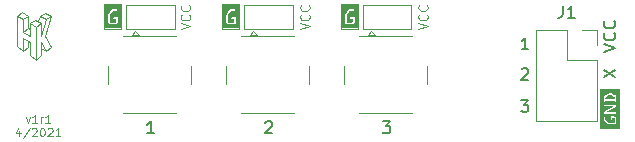
<source format=gbr>
%TF.GenerationSoftware,KiCad,Pcbnew,5.1.7-a382d34a8~88~ubuntu18.04.1*%
%TF.CreationDate,2021-06-06T23:34:09+02:00*%
%TF.ProjectId,button-board-6x6mm-3buttons,62757474-6f6e-42d6-926f-6172642d3678,v1r1*%
%TF.SameCoordinates,Original*%
%TF.FileFunction,Legend,Top*%
%TF.FilePolarity,Positive*%
%FSLAX46Y46*%
G04 Gerber Fmt 4.6, Leading zero omitted, Abs format (unit mm)*
G04 Created by KiCad (PCBNEW 5.1.7-a382d34a8~88~ubuntu18.04.1) date 2021-06-06 23:34:09*
%MOMM*%
%LPD*%
G01*
G04 APERTURE LIST*
%ADD10C,0.080000*%
%ADD11C,0.150000*%
%ADD12C,0.070000*%
%ADD13C,0.100000*%
%ADD14C,0.120000*%
%ADD15C,0.064000*%
G04 APERTURE END LIST*
D10*
X71261904Y-38166666D02*
X72061904Y-37900000D01*
X71261904Y-37633333D01*
X71985714Y-36909523D02*
X72023809Y-36947619D01*
X72061904Y-37061904D01*
X72061904Y-37138095D01*
X72023809Y-37252380D01*
X71947619Y-37328571D01*
X71871428Y-37366666D01*
X71719047Y-37404761D01*
X71604761Y-37404761D01*
X71452380Y-37366666D01*
X71376190Y-37328571D01*
X71300000Y-37252380D01*
X71261904Y-37138095D01*
X71261904Y-37061904D01*
X71300000Y-36947619D01*
X71338095Y-36909523D01*
X71985714Y-36109523D02*
X72023809Y-36147619D01*
X72061904Y-36261904D01*
X72061904Y-36338095D01*
X72023809Y-36452380D01*
X71947619Y-36528571D01*
X71871428Y-36566666D01*
X71719047Y-36604761D01*
X71604761Y-36604761D01*
X71452380Y-36566666D01*
X71376190Y-36528571D01*
X71300000Y-36452380D01*
X71261904Y-36338095D01*
X71261904Y-36261904D01*
X71300000Y-36147619D01*
X71338095Y-36109523D01*
X61261904Y-38166666D02*
X62061904Y-37900000D01*
X61261904Y-37633333D01*
X61985714Y-36909523D02*
X62023809Y-36947619D01*
X62061904Y-37061904D01*
X62061904Y-37138095D01*
X62023809Y-37252380D01*
X61947619Y-37328571D01*
X61871428Y-37366666D01*
X61719047Y-37404761D01*
X61604761Y-37404761D01*
X61452380Y-37366666D01*
X61376190Y-37328571D01*
X61300000Y-37252380D01*
X61261904Y-37138095D01*
X61261904Y-37061904D01*
X61300000Y-36947619D01*
X61338095Y-36909523D01*
X61985714Y-36109523D02*
X62023809Y-36147619D01*
X62061904Y-36261904D01*
X62061904Y-36338095D01*
X62023809Y-36452380D01*
X61947619Y-36528571D01*
X61871428Y-36566666D01*
X61719047Y-36604761D01*
X61604761Y-36604761D01*
X61452380Y-36566666D01*
X61376190Y-36528571D01*
X61300000Y-36452380D01*
X61261904Y-36338095D01*
X61261904Y-36261904D01*
X61300000Y-36147619D01*
X61338095Y-36109523D01*
X51161904Y-38166666D02*
X51961904Y-37900000D01*
X51161904Y-37633333D01*
X51885714Y-36909523D02*
X51923809Y-36947619D01*
X51961904Y-37061904D01*
X51961904Y-37138095D01*
X51923809Y-37252380D01*
X51847619Y-37328571D01*
X51771428Y-37366666D01*
X51619047Y-37404761D01*
X51504761Y-37404761D01*
X51352380Y-37366666D01*
X51276190Y-37328571D01*
X51200000Y-37252380D01*
X51161904Y-37138095D01*
X51161904Y-37061904D01*
X51200000Y-36947619D01*
X51238095Y-36909523D01*
X51885714Y-36109523D02*
X51923809Y-36147619D01*
X51961904Y-36261904D01*
X51961904Y-36338095D01*
X51923809Y-36452380D01*
X51847619Y-36528571D01*
X51771428Y-36566666D01*
X51619047Y-36604761D01*
X51504761Y-36604761D01*
X51352380Y-36566666D01*
X51276190Y-36528571D01*
X51200000Y-36452380D01*
X51161904Y-36338095D01*
X51161904Y-36261904D01*
X51200000Y-36147619D01*
X51238095Y-36109523D01*
D11*
X86956579Y-42233333D02*
X87956579Y-41566666D01*
X86956579Y-41566666D02*
X87956579Y-42233333D01*
X86956579Y-40033333D02*
X87956579Y-39700000D01*
X86956579Y-39366666D01*
X87861341Y-38461904D02*
X87908960Y-38509523D01*
X87956579Y-38652380D01*
X87956579Y-38747619D01*
X87908960Y-38890476D01*
X87813722Y-38985714D01*
X87718484Y-39033333D01*
X87528008Y-39080952D01*
X87385151Y-39080952D01*
X87194675Y-39033333D01*
X87099437Y-38985714D01*
X87004199Y-38890476D01*
X86956579Y-38747619D01*
X86956579Y-38652380D01*
X87004199Y-38509523D01*
X87051818Y-38461904D01*
X87861341Y-37461904D02*
X87908960Y-37509523D01*
X87956579Y-37652380D01*
X87956579Y-37747619D01*
X87908960Y-37890476D01*
X87813722Y-37985714D01*
X87718484Y-38033333D01*
X87528008Y-38080952D01*
X87385151Y-38080952D01*
X87194675Y-38033333D01*
X87099437Y-37985714D01*
X87004199Y-37890476D01*
X86956579Y-37747619D01*
X86956579Y-37652380D01*
X87004199Y-37509523D01*
X87051818Y-37461904D01*
D12*
X38015200Y-45619600D02*
X38181866Y-46086266D01*
X38348533Y-45619600D01*
X38981866Y-46086266D02*
X38581866Y-46086266D01*
X38781866Y-46086266D02*
X38781866Y-45386266D01*
X38715200Y-45486266D01*
X38648533Y-45552933D01*
X38581866Y-45586266D01*
X39281866Y-46086266D02*
X39281866Y-45619600D01*
X39281866Y-45752933D02*
X39315200Y-45686266D01*
X39348533Y-45652933D01*
X39415200Y-45619600D01*
X39481866Y-45619600D01*
X40081866Y-46086266D02*
X39681866Y-46086266D01*
X39881866Y-46086266D02*
X39881866Y-45386266D01*
X39815200Y-45486266D01*
X39748533Y-45552933D01*
X39681866Y-45586266D01*
X37498533Y-46739600D02*
X37498533Y-47206266D01*
X37331866Y-46472933D02*
X37165200Y-46972933D01*
X37598533Y-46972933D01*
X38365200Y-46472933D02*
X37765200Y-47372933D01*
X38565200Y-46572933D02*
X38598533Y-46539600D01*
X38665200Y-46506266D01*
X38831866Y-46506266D01*
X38898533Y-46539600D01*
X38931866Y-46572933D01*
X38965200Y-46639600D01*
X38965200Y-46706266D01*
X38931866Y-46806266D01*
X38531866Y-47206266D01*
X38965200Y-47206266D01*
X39398533Y-46506266D02*
X39465200Y-46506266D01*
X39531866Y-46539600D01*
X39565200Y-46572933D01*
X39598533Y-46639600D01*
X39631866Y-46772933D01*
X39631866Y-46939600D01*
X39598533Y-47072933D01*
X39565200Y-47139600D01*
X39531866Y-47172933D01*
X39465200Y-47206266D01*
X39398533Y-47206266D01*
X39331866Y-47172933D01*
X39298533Y-47139600D01*
X39265200Y-47072933D01*
X39231866Y-46939600D01*
X39231866Y-46772933D01*
X39265200Y-46639600D01*
X39298533Y-46572933D01*
X39331866Y-46539600D01*
X39398533Y-46506266D01*
X39898533Y-46572933D02*
X39931866Y-46539600D01*
X39998533Y-46506266D01*
X40165200Y-46506266D01*
X40231866Y-46539600D01*
X40265200Y-46572933D01*
X40298533Y-46639600D01*
X40298533Y-46706266D01*
X40265200Y-46806266D01*
X39865200Y-47206266D01*
X40298533Y-47206266D01*
X40965200Y-47206266D02*
X40565200Y-47206266D01*
X40765200Y-47206266D02*
X40765200Y-46506266D01*
X40698533Y-46606266D01*
X40631866Y-46672933D01*
X40565200Y-46706266D01*
D13*
X39234954Y-37030631D02*
X39683491Y-36730533D01*
X37811841Y-38376324D02*
X38254001Y-38072467D01*
X38794142Y-37325560D02*
X39319200Y-37623817D01*
X38254001Y-38072467D02*
X38347324Y-38126346D01*
X39662569Y-38734524D02*
X40206000Y-39625705D01*
X37811841Y-39981615D02*
X37811841Y-38911201D01*
X39335740Y-39763304D02*
X39326097Y-39758033D01*
X37811841Y-37306235D02*
X37278921Y-36990784D01*
X40206000Y-39625705D02*
X39760876Y-39995670D01*
X37725368Y-36718448D02*
X38257994Y-37021003D01*
X38257994Y-37021003D02*
X37811841Y-37306235D01*
X38348357Y-39264252D02*
X38348357Y-40358323D01*
X38255035Y-37022895D02*
X38254001Y-38072467D01*
X38348357Y-38717554D02*
X37811841Y-38376324D01*
X39319200Y-38721548D02*
X39760876Y-37318084D01*
X39760876Y-37318084D02*
X40206000Y-37006188D01*
X37278921Y-36990785D02*
X37725368Y-36718448D01*
X38348357Y-37623815D02*
X38348357Y-38717554D01*
X39760876Y-37318084D02*
X39234954Y-37030631D01*
X39319200Y-37627564D02*
X39319200Y-38721548D01*
X38877524Y-37937044D02*
X38348357Y-37623815D01*
X37278921Y-36990784D02*
X37278921Y-39607433D01*
X37811841Y-38911201D02*
X38348357Y-39264252D01*
X39760876Y-39995670D02*
X39319200Y-39268400D01*
X37811841Y-38376324D02*
X37811841Y-37306235D01*
X39683491Y-36730533D02*
X40206000Y-37006179D01*
X37278921Y-39607433D02*
X37811841Y-39981615D01*
X38877524Y-40729870D02*
X38877524Y-37937044D01*
X38348357Y-40358323D02*
X38877524Y-40729870D01*
X38877524Y-37937044D02*
X39319200Y-37627564D01*
X39319200Y-40362770D02*
X38877524Y-40729870D01*
X38253857Y-39221695D02*
X38253408Y-39679056D01*
X40206000Y-37006188D02*
X39662569Y-38734524D01*
X39760876Y-39995670D02*
X39335740Y-39763304D01*
X39230791Y-37037445D02*
X39088819Y-37488577D01*
X37820426Y-39982914D02*
X38252443Y-39686026D01*
X38348357Y-37623815D02*
X38794142Y-37325560D01*
X39319200Y-39268400D02*
X39319200Y-40362770D01*
D11*
X48885714Y-46952380D02*
X48314285Y-46952380D01*
X48600000Y-46952380D02*
X48600000Y-45952380D01*
X48504761Y-46095238D01*
X48409523Y-46190476D01*
X48314285Y-46238095D01*
X58314285Y-46047619D02*
X58361904Y-46000000D01*
X58457142Y-45952380D01*
X58695238Y-45952380D01*
X58790476Y-46000000D01*
X58838095Y-46047619D01*
X58885714Y-46142857D01*
X58885714Y-46238095D01*
X58838095Y-46380952D01*
X58266666Y-46952380D01*
X58885714Y-46952380D01*
X68266666Y-45952380D02*
X68885714Y-45952380D01*
X68552380Y-46333333D01*
X68695238Y-46333333D01*
X68790476Y-46380952D01*
X68838095Y-46428571D01*
X68885714Y-46523809D01*
X68885714Y-46761904D01*
X68838095Y-46857142D01*
X68790476Y-46904761D01*
X68695238Y-46952380D01*
X68409523Y-46952380D01*
X68314285Y-46904761D01*
X68266666Y-46857142D01*
X79966666Y-44152380D02*
X80585714Y-44152380D01*
X80252380Y-44533333D01*
X80395238Y-44533333D01*
X80490476Y-44580952D01*
X80538095Y-44628571D01*
X80585714Y-44723809D01*
X80585714Y-44961904D01*
X80538095Y-45057142D01*
X80490476Y-45104761D01*
X80395238Y-45152380D01*
X80109523Y-45152380D01*
X80014285Y-45104761D01*
X79966666Y-45057142D01*
X80014285Y-41547619D02*
X80061904Y-41500000D01*
X80157142Y-41452380D01*
X80395238Y-41452380D01*
X80490476Y-41500000D01*
X80538095Y-41547619D01*
X80585714Y-41642857D01*
X80585714Y-41738095D01*
X80538095Y-41880952D01*
X79966666Y-42452380D01*
X80585714Y-42452380D01*
X80585714Y-39852380D02*
X80014285Y-39852380D01*
X80300000Y-39852380D02*
X80300000Y-38852380D01*
X80204761Y-38995238D01*
X80109523Y-39090476D01*
X80014285Y-39138095D01*
D14*
%TO.C,SW3*%
X66250000Y-45250000D02*
X70750000Y-45250000D01*
X65000000Y-41250000D02*
X65000000Y-42750000D01*
X70750000Y-38750000D02*
X66250000Y-38750000D01*
X72000000Y-42750000D02*
X72000000Y-41250000D01*
%TO.C,SW2*%
X56250000Y-45250000D02*
X60750000Y-45250000D01*
X55000000Y-41250000D02*
X55000000Y-42750000D01*
X60750000Y-38750000D02*
X56250000Y-38750000D01*
X62000000Y-42750000D02*
X62000000Y-41250000D01*
%TO.C,J1*%
X85100000Y-38170000D02*
X86430000Y-38170000D01*
X86430000Y-38170000D02*
X86430000Y-39500000D01*
X83830000Y-38170000D02*
X83830000Y-40770000D01*
X83830000Y-40770000D02*
X86430000Y-40770000D01*
X86430000Y-40770000D02*
X86430000Y-45910000D01*
X81230000Y-45910000D02*
X86430000Y-45910000D01*
X81230000Y-38170000D02*
X81230000Y-45910000D01*
X81230000Y-38170000D02*
X83830000Y-38170000D01*
%TO.C,REF\u002A\u002A*%
X86903100Y-45560400D02*
X86903100Y-45471500D01*
X86890400Y-45789000D02*
X86903100Y-46017600D01*
X86865000Y-44798400D02*
X86865000Y-44176100D01*
X87601600Y-43807800D02*
X87677800Y-43833200D01*
X88249300Y-46411300D02*
X88249300Y-43274400D01*
X86699900Y-46424000D02*
X88249300Y-46411300D01*
X87817500Y-45979500D02*
X87817500Y-45712800D01*
D15*
X88225193Y-46425893D02*
X88225193Y-43246844D01*
X88163948Y-46425893D02*
X88163948Y-43246844D01*
X88102699Y-46425893D02*
X88102699Y-43246844D01*
X88041437Y-46425893D02*
X88041437Y-43246844D01*
X87980188Y-43707485D02*
X87980188Y-43246844D01*
X87980188Y-44474462D02*
X87980188Y-44310240D01*
X87980188Y-45093025D02*
X87980188Y-44750418D01*
X87980188Y-45521536D02*
X87980188Y-45288298D01*
X87980188Y-46425893D02*
X87980188Y-46149094D01*
X87918938Y-43639686D02*
X87918938Y-43246844D01*
X87918938Y-44467448D02*
X87918938Y-44335044D01*
X87918938Y-45069639D02*
X87918938Y-44791344D01*
X87918938Y-45468618D02*
X87918938Y-45301160D01*
X87918938Y-46425893D02*
X87918938Y-46192089D01*
X87857689Y-43605786D02*
X87857689Y-43246844D01*
X87857689Y-44462770D02*
X87857689Y-44308586D01*
X87857689Y-45068468D02*
X87857689Y-44815899D01*
X87857689Y-45446294D02*
X87857689Y-45296483D01*
X87857689Y-46425893D02*
X87857689Y-46219373D01*
X87796435Y-43577673D02*
X87796435Y-43246844D01*
X87796435Y-43970414D02*
X87796435Y-43891040D01*
X87796435Y-44469786D02*
X87796435Y-44194485D01*
X87796435Y-45064961D02*
X87796435Y-44842792D01*
X87796435Y-45438853D02*
X87796435Y-45298822D01*
X87796435Y-46014322D02*
X87796435Y-45667055D01*
X87796435Y-46425893D02*
X87796435Y-46219373D01*
X87735184Y-43540468D02*
X87735184Y-43246844D01*
X87735184Y-43965454D02*
X87735184Y-43863755D01*
X87735184Y-44463938D02*
X87735184Y-44196137D01*
X87735184Y-45073146D02*
X87735184Y-44881380D01*
X87735184Y-45437199D02*
X87735184Y-45297653D01*
X87735184Y-46019282D02*
X87735184Y-45662922D01*
X87735184Y-46425893D02*
X87735184Y-46224335D01*
X87673935Y-43518968D02*
X87673935Y-43246844D01*
X87673935Y-43965454D02*
X87673935Y-43829028D01*
X87673935Y-44463938D02*
X87673935Y-44198618D01*
X87673935Y-45074316D02*
X87673935Y-44902428D01*
X87673935Y-45429758D02*
X87673935Y-45297653D01*
X87673935Y-46014322D02*
X87673935Y-45662095D01*
X87673935Y-46425893D02*
X87673935Y-46231776D01*
X87612687Y-43484244D02*
X87612687Y-43246844D01*
X87612687Y-43958013D02*
X87612687Y-43786861D01*
X87612687Y-44467448D02*
X87612687Y-44203578D01*
X87612687Y-45069639D02*
X87612687Y-44928152D01*
X87612687Y-45432239D02*
X87612687Y-45307007D01*
X87612687Y-46012668D02*
X87612687Y-45847304D01*
X87612687Y-46425893D02*
X87612687Y-46226814D01*
X87551431Y-43465227D02*
X87551431Y-43246844D01*
X87551431Y-43969587D02*
X87551431Y-43753787D01*
X87551431Y-44468616D02*
X87551431Y-44200272D01*
X87551431Y-44728202D02*
X87551431Y-44682600D01*
X87551431Y-45069639D02*
X87551431Y-44960892D01*
X87551431Y-45423968D02*
X87551431Y-45308177D01*
X87551431Y-46015976D02*
X87551431Y-45874589D01*
X87551431Y-46425893D02*
X87551431Y-46228468D01*
X87490179Y-43447863D02*
X87490179Y-43246844D01*
X87490179Y-43958840D02*
X87490179Y-43729809D01*
X87490179Y-44470644D02*
X87490179Y-44196137D01*
X87490179Y-44756723D02*
X87490179Y-44687272D01*
X87490179Y-45073396D02*
X87490179Y-44979967D01*
X87490179Y-45438853D02*
X87490179Y-45304080D01*
X87490179Y-46015148D02*
X87490179Y-45826632D01*
X87490179Y-46425893D02*
X87490179Y-46223508D01*
X87428931Y-43461918D02*
X87428931Y-43246844D01*
X87428931Y-43966281D02*
X87428931Y-43737250D01*
X87428931Y-44468163D02*
X87428931Y-44201099D01*
X87428931Y-44781530D02*
X87428931Y-44693885D01*
X87428931Y-45065128D02*
X87428931Y-45011385D01*
X87428931Y-46017628D02*
X87428931Y-45299946D01*
X87428931Y-46425893D02*
X87428931Y-46220200D01*
X87367680Y-43473495D02*
X87367680Y-43246844D01*
X87367680Y-43965454D02*
X87367680Y-43762882D01*
X87367680Y-44468990D02*
X87367680Y-44200272D01*
X87367680Y-44807986D02*
X87367680Y-44704635D01*
X87367680Y-45075050D02*
X87367680Y-45028749D01*
X87367680Y-45997785D02*
X87367680Y-45296640D01*
X87367680Y-46425893D02*
X87367680Y-46218546D01*
X87306424Y-43502432D02*
X87306424Y-43246844D01*
X87306424Y-43968762D02*
X87306424Y-43791822D01*
X87306424Y-44464028D02*
X87306424Y-44199445D01*
X87306424Y-44846021D02*
X87306424Y-44694712D01*
X87306424Y-45965540D02*
X87306424Y-45290851D01*
X87306424Y-46425893D02*
X87306424Y-46206144D01*
X87245175Y-43533853D02*
X87245175Y-43246844D01*
X87245175Y-43970414D02*
X87245175Y-43825721D01*
X87245175Y-44467336D02*
X87245175Y-44201099D01*
X87245175Y-44874132D02*
X87245175Y-44692232D01*
X87245175Y-45903527D02*
X87245175Y-45294159D01*
X87245175Y-46425893D02*
X87245175Y-46178859D01*
X87183927Y-43562791D02*
X87183927Y-43246844D01*
X87183927Y-43960494D02*
X87183927Y-43862928D01*
X87183927Y-44459895D02*
X87183927Y-44197791D01*
X87183927Y-44905551D02*
X87183927Y-44693885D01*
X87183927Y-45856396D02*
X87183927Y-45298292D01*
X87183927Y-46425893D02*
X87183927Y-46130904D01*
X87122676Y-43604132D02*
X87122676Y-43246844D01*
X87122676Y-43963800D02*
X87122676Y-43894346D01*
X87122676Y-44465682D02*
X87122676Y-44210194D01*
X87122676Y-44925396D02*
X87122676Y-44694712D01*
X87122676Y-45825805D02*
X87122676Y-45293332D01*
X87122676Y-46425893D02*
X87122676Y-46089563D01*
X87061419Y-43632244D02*
X87061419Y-43246844D01*
X87061419Y-44454585D02*
X87061419Y-44318508D01*
X87061419Y-44949200D02*
X87061419Y-44704816D01*
X87061419Y-45516313D02*
X87061419Y-45295315D01*
X87061419Y-46425893D02*
X87061419Y-46033971D01*
X87000171Y-43667799D02*
X87000171Y-43246844D01*
X87000171Y-44463938D02*
X87000171Y-44326776D01*
X87000171Y-44983110D02*
X87000171Y-44694292D01*
X87000171Y-45494095D02*
X87000171Y-45288298D01*
X87000171Y-46425893D02*
X87000171Y-45982864D01*
X86938923Y-43743864D02*
X86938923Y-43246844D01*
X86938923Y-44499019D02*
X86938923Y-44293704D01*
X86938923Y-45027544D02*
X86938923Y-44674412D01*
X86938923Y-45529176D02*
X86938923Y-45287130D01*
X86938923Y-46425893D02*
X86938923Y-45926739D01*
X86877674Y-46425893D02*
X86877674Y-43246844D01*
X86816415Y-46425893D02*
X86816415Y-43246844D01*
X86755171Y-46425893D02*
X86755171Y-43246844D01*
X86693916Y-46425893D02*
X86693916Y-43246844D01*
X88300382Y-46467421D02*
X86643016Y-46467421D01*
X88300382Y-43224989D02*
X88300382Y-46467421D01*
X86643016Y-43224989D02*
X88300382Y-43224989D01*
X86643016Y-46467421D02*
X86643016Y-43224989D01*
X87821980Y-43974004D02*
X87108878Y-43974004D01*
X87821980Y-43948368D02*
X87821980Y-43974004D01*
X87564084Y-43735192D02*
X87765314Y-43853924D01*
X87765314Y-43853924D02*
X87815055Y-43894264D01*
X87815055Y-43894264D02*
X87821980Y-43948368D01*
X87165544Y-43855273D02*
X87365751Y-43743288D01*
X87476387Y-43709559D02*
X87539402Y-43723781D01*
X87539402Y-43723781D02*
X87564084Y-43735192D01*
X87365751Y-43743288D02*
X87424974Y-43717177D01*
X87424974Y-43717177D02*
X87476387Y-43709559D01*
X87108878Y-43974004D02*
X87108878Y-43957812D01*
X87108878Y-43957812D02*
X87115455Y-43893893D01*
X87115455Y-43893893D02*
X87165544Y-43855273D01*
X87108878Y-44183644D02*
X87821980Y-44183644D01*
X87108878Y-44233565D02*
X87108878Y-44183644D01*
X86922554Y-43829122D02*
X86922554Y-44237612D01*
X87017781Y-44315867D02*
X87079412Y-44294160D01*
X87079412Y-44294160D02*
X87108878Y-44233565D01*
X86922554Y-44237612D02*
X86955347Y-44295049D01*
X86955347Y-44295049D02*
X87017781Y-44315867D01*
X87318530Y-43506661D02*
X87081070Y-43625392D01*
X87081070Y-43625392D02*
X87024884Y-43656945D01*
X87024884Y-43656945D02*
X86972820Y-43699072D01*
X86972820Y-43699072D02*
X86934420Y-43759342D01*
X86934420Y-43759342D02*
X86922554Y-43829122D01*
X87869007Y-43628090D02*
X87623449Y-43505312D01*
X87475039Y-43466186D02*
X87408130Y-43472866D01*
X87408130Y-43472866D02*
X87343423Y-43495001D01*
X87343423Y-43495001D02*
X87318530Y-43506661D01*
X87623449Y-43505312D02*
X87560345Y-43479313D01*
X87560345Y-43479313D02*
X87494918Y-43466871D01*
X87494918Y-43466871D02*
X87475039Y-43466186D01*
X88015299Y-44248407D02*
X88015299Y-43841265D01*
X88015299Y-43841265D02*
X88005911Y-43770200D01*
X88005911Y-43770200D02*
X87973322Y-43706586D01*
X87973322Y-43706586D02*
X87925314Y-43661341D01*
X87925314Y-43661341D02*
X87869007Y-43628090D01*
X87821980Y-44183644D02*
X87821980Y-44248407D01*
X87911687Y-44315867D02*
X87974000Y-44299758D01*
X87974000Y-44299758D02*
X88015299Y-44248407D01*
X87821980Y-44248407D02*
X87858430Y-44301824D01*
X87858430Y-44301824D02*
X87911687Y-44315867D01*
X86987429Y-44680587D02*
X87655003Y-44681936D01*
X88023203Y-44472969D02*
X86987429Y-44472969D01*
X88023203Y-44723760D02*
X88023203Y-44472969D01*
X87246647Y-45075904D02*
X88023203Y-44723760D01*
X86923903Y-44586273D02*
X86939475Y-44651644D01*
X86939475Y-44651644D02*
X86987429Y-44680587D01*
X86987429Y-44472969D02*
X86937572Y-44515648D01*
X86937572Y-44515648D02*
X86923962Y-44581674D01*
X86923962Y-44581674D02*
X86923903Y-44586273D01*
X86920036Y-45288047D02*
X87955901Y-45288047D01*
X86920036Y-45035428D02*
X86920036Y-45288047D01*
X87655003Y-44683285D02*
X86920036Y-45035428D01*
X87955901Y-45078603D02*
X87889408Y-45078980D01*
X87889408Y-45078980D02*
X87822914Y-45079174D01*
X87822914Y-45079174D02*
X87756420Y-45079202D01*
X87756420Y-45079202D02*
X87689927Y-45079084D01*
X87689927Y-45079084D02*
X87623433Y-45078838D01*
X87623433Y-45078838D02*
X87556939Y-45078481D01*
X87556939Y-45078481D02*
X87490446Y-45078033D01*
X87490446Y-45078033D02*
X87423954Y-45077512D01*
X87423954Y-45077512D02*
X87357463Y-45076936D01*
X87357463Y-45076936D02*
X87290973Y-45076323D01*
X87290973Y-45076323D02*
X87246647Y-45075904D01*
X88023361Y-45195361D02*
X88011698Y-45132339D01*
X88011698Y-45132339D02*
X87971195Y-45081627D01*
X87971195Y-45081627D02*
X87955901Y-45078603D01*
X87955901Y-45288047D02*
X88009867Y-45253230D01*
X88009867Y-45253230D02*
X88023361Y-45195361D01*
X87653133Y-45785186D02*
X87653133Y-45654313D01*
X87655003Y-44681936D02*
X87655003Y-44683285D01*
X87472327Y-45444310D02*
X87472327Y-45785186D01*
X87784006Y-45444310D02*
X87472327Y-45444310D01*
X87560644Y-45852646D02*
X87625102Y-45832071D01*
X87625102Y-45832071D02*
X87653133Y-45785186D01*
X87472327Y-45785186D02*
X87507891Y-45838604D01*
X87507891Y-45838604D02*
X87560644Y-45852646D01*
X88022250Y-45967328D02*
X88022250Y-45735266D01*
X88022250Y-45735266D02*
X88018521Y-45667201D01*
X88018521Y-45667201D02*
X88003379Y-45594813D01*
X88003379Y-45594813D02*
X87976600Y-45536555D01*
X87976600Y-45536555D02*
X87929120Y-45485343D01*
X87929120Y-45485343D02*
X87864916Y-45454577D01*
X87864916Y-45454577D02*
X87798650Y-45444595D01*
X87798650Y-45444595D02*
X87784006Y-45444310D01*
X87438608Y-46209536D02*
X87775911Y-46209536D01*
X87958548Y-46151688D02*
X87995129Y-46094776D01*
X87995129Y-46094776D02*
X88016171Y-46028077D01*
X88016171Y-46028077D02*
X88022250Y-45967328D01*
X87775911Y-46209536D02*
X87844478Y-46206283D01*
X87844478Y-46206283D02*
X87908252Y-46189018D01*
X87908252Y-46189018D02*
X87958548Y-46151688D01*
X87011476Y-45981564D02*
X87215207Y-46140769D01*
X87215207Y-46140769D02*
X87272369Y-46176375D01*
X87272369Y-46176375D02*
X87333236Y-46198125D01*
X87333236Y-46198125D02*
X87399220Y-46208192D01*
X87399220Y-46208192D02*
X87438608Y-46209536D01*
X86921121Y-45586852D02*
X86921121Y-45767645D01*
X86921121Y-45767645D02*
X86926806Y-45837912D01*
X86926806Y-45837912D02*
X86946149Y-45900469D01*
X86946149Y-45900469D02*
X86982585Y-45954937D01*
X86982585Y-45954937D02*
X87011476Y-45981564D01*
X87111659Y-45748758D02*
X87111659Y-45586852D01*
X87017781Y-45501317D02*
X86954698Y-45527796D01*
X86954698Y-45527796D02*
X86921260Y-45583520D01*
X86921260Y-45583520D02*
X86921121Y-45586852D01*
X87111659Y-45586852D02*
X87079602Y-45527796D01*
X87079602Y-45527796D02*
X87017781Y-45501317D01*
X87323927Y-45981347D02*
X87166977Y-45862091D01*
X87166977Y-45862091D02*
X87119417Y-45819045D01*
X87119417Y-45819045D02*
X87111656Y-45755485D01*
X87111656Y-45755485D02*
X87111659Y-45748758D01*
X87763767Y-46023172D02*
X87499323Y-46023172D01*
X87499323Y-46023172D02*
X87434921Y-46020179D01*
X87434921Y-46020179D02*
X87370616Y-46005217D01*
X87370616Y-46005217D02*
X87323927Y-45981347D01*
X87860911Y-45743361D02*
X87860911Y-45930077D01*
X87860911Y-45930077D02*
X87849740Y-45993328D01*
X87849740Y-45993328D02*
X87789246Y-46022326D01*
X87789246Y-46022326D02*
X87763767Y-46023172D01*
X87653133Y-45654313D02*
X87790752Y-45654313D01*
X87790752Y-45654313D02*
X87849904Y-45683728D01*
X87849904Y-45683728D02*
X87860911Y-45743361D01*
D13*
X44716704Y-37689290D02*
X44984156Y-37689290D01*
X45834751Y-37612727D02*
X46044072Y-37612727D01*
X45173292Y-36923655D02*
X46065228Y-36923655D01*
X45141560Y-37088209D02*
X45148183Y-36987083D01*
X45148183Y-36987083D02*
X45182077Y-36888405D01*
X45182077Y-36888405D02*
X45193840Y-36868964D01*
X45491323Y-37540195D02*
X45257927Y-37540195D01*
X45291115Y-36770524D02*
X46068329Y-36770524D01*
X44679790Y-38089533D02*
X44679790Y-36017825D01*
X46125284Y-36017825D02*
X46125284Y-38089533D01*
X44716704Y-36311147D02*
X46090158Y-36311147D01*
X46125284Y-38089533D02*
X44679790Y-38089533D01*
X44716704Y-36693963D02*
X45006894Y-36693963D01*
X45152621Y-37459598D02*
X45586705Y-37459598D01*
X44716704Y-37459598D02*
X44896307Y-37459598D01*
X45150554Y-37153343D02*
X45327287Y-37153343D01*
X44716704Y-37153343D02*
X44884938Y-37153343D01*
X45342911Y-36672777D02*
X45417616Y-36606047D01*
X45417616Y-36606047D02*
X45484577Y-36603631D01*
X45141560Y-37418765D02*
X45141560Y-37088209D01*
X44716704Y-36617400D02*
X45058570Y-36617400D01*
X45439042Y-37280472D02*
X45602633Y-37280472D01*
X45151588Y-37076779D02*
X45387234Y-37076779D01*
X44716704Y-37995546D02*
X46081891Y-37995546D01*
X44716704Y-37076779D02*
X44891139Y-37076779D01*
X45602633Y-37452496D02*
X45544042Y-37534800D01*
X45544042Y-37534800D02*
X45491323Y-37540195D01*
X45213599Y-36847085D02*
X46072465Y-36847085D01*
X45802905Y-36464269D02*
X46060151Y-36464269D01*
X45871957Y-37076779D02*
X46055927Y-37076779D01*
X44716704Y-37536166D02*
X44896307Y-37536166D01*
X45871957Y-37459598D02*
X46063531Y-37463733D01*
X45257927Y-37540195D02*
X45160632Y-37510609D01*
X45160632Y-37510609D02*
X45141560Y-37418765D01*
X45602633Y-37280472D02*
X45602633Y-37452496D01*
X44716704Y-37000219D02*
X44895274Y-37000219D01*
X45865137Y-37054465D02*
X45439042Y-37054465D01*
X44716704Y-37918990D02*
X46073623Y-37918990D01*
X44716704Y-37842429D02*
X46081891Y-37842429D01*
X45880225Y-37229913D02*
X46061571Y-37227846D01*
X45154689Y-37229913D02*
X45361394Y-37229913D01*
X44716704Y-36540829D02*
X45128060Y-36540829D01*
X44908604Y-37012317D02*
X44908604Y-37433944D01*
X44980915Y-37662242D02*
X45066667Y-37714176D01*
X45066667Y-37714176D02*
X45166347Y-37739144D01*
X45166347Y-37739144D02*
X45211364Y-37741868D01*
X44994562Y-36733064D02*
X44942611Y-36820962D01*
X44942611Y-36820962D02*
X44914246Y-36925521D01*
X44914246Y-36925521D02*
X44908604Y-37012317D01*
X45686959Y-36365457D02*
X45460967Y-36365457D01*
X45686959Y-36603631D02*
X45771608Y-36550093D01*
X45771608Y-36550093D02*
X45793877Y-36486283D01*
X45193840Y-36868964D02*
X45342911Y-36672777D01*
X44716704Y-37612727D02*
X44930412Y-37612727D01*
X45862656Y-37536166D02*
X46049920Y-37536166D01*
X45148489Y-37000219D02*
X46061096Y-37000219D01*
X45388267Y-36617400D02*
X46053859Y-36617400D01*
X45759054Y-36387708D02*
X46061611Y-36387708D01*
X44679790Y-36017825D02*
X46125284Y-36017825D01*
X44716704Y-36770524D02*
X44946950Y-36770524D01*
X45775132Y-36540829D02*
X46051380Y-36540829D01*
X44716704Y-37765851D02*
X46081891Y-37765851D01*
X45768604Y-37689290D02*
X46060151Y-37689290D01*
X45350028Y-36693963D02*
X46047659Y-36693963D01*
X44716704Y-36234574D02*
X46090158Y-36234574D01*
X45460967Y-36365457D02*
X45354906Y-36376309D01*
X45354906Y-36376309D02*
X45255833Y-36419133D01*
X45255833Y-36419133D02*
X45193569Y-36478401D01*
X45501442Y-37741868D02*
X45606031Y-37734585D01*
X45606031Y-37734585D02*
X45708258Y-37706635D01*
X45708258Y-37706635D02*
X45795343Y-37647563D01*
X45795343Y-37647563D02*
X45847671Y-37560028D01*
X45847671Y-37560028D02*
X45865137Y-37444063D01*
X44716704Y-36923655D02*
X44897341Y-36923655D01*
X44716704Y-36464269D02*
X45191943Y-36464269D01*
X44908604Y-37433944D02*
X44914878Y-37534746D01*
X44914878Y-37534746D02*
X44953658Y-37632212D01*
X44953658Y-37632212D02*
X44980915Y-37662242D01*
X45193569Y-36478401D02*
X44994562Y-36733064D01*
X45152621Y-37306474D02*
X45592905Y-37306474D01*
X44716704Y-37306474D02*
X44880803Y-37306474D01*
X44716704Y-37229913D02*
X44887006Y-37229913D01*
X45890562Y-37153343D02*
X46060107Y-37152309D01*
X44716704Y-36158018D02*
X46090158Y-36158018D01*
X45439042Y-37054465D02*
X45361725Y-37121998D01*
X45361725Y-37121998D02*
X45354716Y-37164861D01*
X45211364Y-37741868D02*
X45501442Y-37741868D01*
X45865137Y-37444063D02*
X45865137Y-37054465D01*
X45354716Y-37164861D02*
X45393090Y-37259900D01*
X45393090Y-37259900D02*
X45439042Y-37280472D01*
X44716704Y-36081450D02*
X46090158Y-36081450D01*
X45484577Y-36603631D02*
X45686959Y-36603631D01*
X45793877Y-36486283D02*
X45748655Y-36394990D01*
X45748655Y-36394990D02*
X45686959Y-36365457D01*
X44716704Y-36387708D02*
X45262100Y-36387708D01*
X45874025Y-37383035D02*
X46063961Y-37383035D01*
X45146421Y-37383035D02*
X45591871Y-37383035D01*
X44716704Y-37383035D02*
X44890105Y-37383035D01*
X45883326Y-37306474D02*
X46063961Y-37306474D01*
X44716704Y-36847085D02*
X44912843Y-36847085D01*
X54716704Y-37689290D02*
X54984156Y-37689290D01*
X55834751Y-37612727D02*
X56044072Y-37612727D01*
X55173292Y-36923655D02*
X56065228Y-36923655D01*
X55141560Y-37088209D02*
X55148183Y-36987083D01*
X55148183Y-36987083D02*
X55182077Y-36888405D01*
X55182077Y-36888405D02*
X55193840Y-36868964D01*
X55491323Y-37540195D02*
X55257927Y-37540195D01*
X55291115Y-36770524D02*
X56068329Y-36770524D01*
X54679790Y-38089533D02*
X54679790Y-36017825D01*
X56125284Y-36017825D02*
X56125284Y-38089533D01*
X54716704Y-36311147D02*
X56090158Y-36311147D01*
X56125284Y-38089533D02*
X54679790Y-38089533D01*
X54716704Y-36693963D02*
X55006894Y-36693963D01*
X55152621Y-37459598D02*
X55586705Y-37459598D01*
X54716704Y-37459598D02*
X54896307Y-37459598D01*
X55150554Y-37153343D02*
X55327287Y-37153343D01*
X54716704Y-37153343D02*
X54884938Y-37153343D01*
X55342911Y-36672777D02*
X55417616Y-36606047D01*
X55417616Y-36606047D02*
X55484577Y-36603631D01*
X55141560Y-37418765D02*
X55141560Y-37088209D01*
X54716704Y-36617400D02*
X55058570Y-36617400D01*
X55439042Y-37280472D02*
X55602633Y-37280472D01*
X55151588Y-37076779D02*
X55387234Y-37076779D01*
X54716704Y-37995546D02*
X56081891Y-37995546D01*
X54716704Y-37076779D02*
X54891139Y-37076779D01*
X55602633Y-37452496D02*
X55544042Y-37534800D01*
X55544042Y-37534800D02*
X55491323Y-37540195D01*
X55213599Y-36847085D02*
X56072465Y-36847085D01*
X55802905Y-36464269D02*
X56060151Y-36464269D01*
X55871957Y-37076779D02*
X56055927Y-37076779D01*
X54716704Y-37536166D02*
X54896307Y-37536166D01*
X55871957Y-37459598D02*
X56063531Y-37463733D01*
X55257927Y-37540195D02*
X55160632Y-37510609D01*
X55160632Y-37510609D02*
X55141560Y-37418765D01*
X55602633Y-37280472D02*
X55602633Y-37452496D01*
X54716704Y-37000219D02*
X54895274Y-37000219D01*
X55865137Y-37054465D02*
X55439042Y-37054465D01*
X54716704Y-37918990D02*
X56073623Y-37918990D01*
X54716704Y-37842429D02*
X56081891Y-37842429D01*
X55880225Y-37229913D02*
X56061571Y-37227846D01*
X55154689Y-37229913D02*
X55361394Y-37229913D01*
X54716704Y-36540829D02*
X55128060Y-36540829D01*
X54908604Y-37012317D02*
X54908604Y-37433944D01*
X54980915Y-37662242D02*
X55066667Y-37714176D01*
X55066667Y-37714176D02*
X55166347Y-37739144D01*
X55166347Y-37739144D02*
X55211364Y-37741868D01*
X54994562Y-36733064D02*
X54942611Y-36820962D01*
X54942611Y-36820962D02*
X54914246Y-36925521D01*
X54914246Y-36925521D02*
X54908604Y-37012317D01*
X55686959Y-36365457D02*
X55460967Y-36365457D01*
X55686959Y-36603631D02*
X55771608Y-36550093D01*
X55771608Y-36550093D02*
X55793877Y-36486283D01*
X55193840Y-36868964D02*
X55342911Y-36672777D01*
X54716704Y-37612727D02*
X54930412Y-37612727D01*
X55862656Y-37536166D02*
X56049920Y-37536166D01*
X55148489Y-37000219D02*
X56061096Y-37000219D01*
X55388267Y-36617400D02*
X56053859Y-36617400D01*
X55759054Y-36387708D02*
X56061611Y-36387708D01*
X54679790Y-36017825D02*
X56125284Y-36017825D01*
X54716704Y-36770524D02*
X54946950Y-36770524D01*
X55775132Y-36540829D02*
X56051380Y-36540829D01*
X54716704Y-37765851D02*
X56081891Y-37765851D01*
X55768604Y-37689290D02*
X56060151Y-37689290D01*
X55350028Y-36693963D02*
X56047659Y-36693963D01*
X54716704Y-36234574D02*
X56090158Y-36234574D01*
X55460967Y-36365457D02*
X55354906Y-36376309D01*
X55354906Y-36376309D02*
X55255833Y-36419133D01*
X55255833Y-36419133D02*
X55193569Y-36478401D01*
X55501442Y-37741868D02*
X55606031Y-37734585D01*
X55606031Y-37734585D02*
X55708258Y-37706635D01*
X55708258Y-37706635D02*
X55795343Y-37647563D01*
X55795343Y-37647563D02*
X55847671Y-37560028D01*
X55847671Y-37560028D02*
X55865137Y-37444063D01*
X54716704Y-36923655D02*
X54897341Y-36923655D01*
X54716704Y-36464269D02*
X55191943Y-36464269D01*
X54908604Y-37433944D02*
X54914878Y-37534746D01*
X54914878Y-37534746D02*
X54953658Y-37632212D01*
X54953658Y-37632212D02*
X54980915Y-37662242D01*
X55193569Y-36478401D02*
X54994562Y-36733064D01*
X55152621Y-37306474D02*
X55592905Y-37306474D01*
X54716704Y-37306474D02*
X54880803Y-37306474D01*
X54716704Y-37229913D02*
X54887006Y-37229913D01*
X55890562Y-37153343D02*
X56060107Y-37152309D01*
X54716704Y-36158018D02*
X56090158Y-36158018D01*
X55439042Y-37054465D02*
X55361725Y-37121998D01*
X55361725Y-37121998D02*
X55354716Y-37164861D01*
X55211364Y-37741868D02*
X55501442Y-37741868D01*
X55865137Y-37444063D02*
X55865137Y-37054465D01*
X55354716Y-37164861D02*
X55393090Y-37259900D01*
X55393090Y-37259900D02*
X55439042Y-37280472D01*
X54716704Y-36081450D02*
X56090158Y-36081450D01*
X55484577Y-36603631D02*
X55686959Y-36603631D01*
X55793877Y-36486283D02*
X55748655Y-36394990D01*
X55748655Y-36394990D02*
X55686959Y-36365457D01*
X54716704Y-36387708D02*
X55262100Y-36387708D01*
X55874025Y-37383035D02*
X56063961Y-37383035D01*
X55146421Y-37383035D02*
X55591871Y-37383035D01*
X54716704Y-37383035D02*
X54890105Y-37383035D01*
X55883326Y-37306474D02*
X56063961Y-37306474D01*
X54716704Y-36847085D02*
X54912843Y-36847085D01*
X64766704Y-37689290D02*
X65034156Y-37689290D01*
X65884751Y-37612727D02*
X66094072Y-37612727D01*
X65223292Y-36923655D02*
X66115228Y-36923655D01*
X65191560Y-37088209D02*
X65198183Y-36987083D01*
X65198183Y-36987083D02*
X65232077Y-36888405D01*
X65232077Y-36888405D02*
X65243840Y-36868964D01*
X65541323Y-37540195D02*
X65307927Y-37540195D01*
X65341115Y-36770524D02*
X66118329Y-36770524D01*
X64729790Y-38089533D02*
X64729790Y-36017825D01*
X66175284Y-36017825D02*
X66175284Y-38089533D01*
X64766704Y-36311147D02*
X66140158Y-36311147D01*
X66175284Y-38089533D02*
X64729790Y-38089533D01*
X64766704Y-36693963D02*
X65056894Y-36693963D01*
X65202621Y-37459598D02*
X65636705Y-37459598D01*
X64766704Y-37459598D02*
X64946307Y-37459598D01*
X65200554Y-37153343D02*
X65377287Y-37153343D01*
X64766704Y-37153343D02*
X64934938Y-37153343D01*
X65392911Y-36672777D02*
X65467616Y-36606047D01*
X65467616Y-36606047D02*
X65534577Y-36603631D01*
X65191560Y-37418765D02*
X65191560Y-37088209D01*
X64766704Y-36617400D02*
X65108570Y-36617400D01*
X65489042Y-37280472D02*
X65652633Y-37280472D01*
X65201588Y-37076779D02*
X65437234Y-37076779D01*
X64766704Y-37995546D02*
X66131891Y-37995546D01*
X64766704Y-37076779D02*
X64941139Y-37076779D01*
X65652633Y-37452496D02*
X65594042Y-37534800D01*
X65594042Y-37534800D02*
X65541323Y-37540195D01*
X65263599Y-36847085D02*
X66122465Y-36847085D01*
X65852905Y-36464269D02*
X66110151Y-36464269D01*
X65921957Y-37076779D02*
X66105927Y-37076779D01*
X64766704Y-37536166D02*
X64946307Y-37536166D01*
X65921957Y-37459598D02*
X66113531Y-37463733D01*
X65307927Y-37540195D02*
X65210632Y-37510609D01*
X65210632Y-37510609D02*
X65191560Y-37418765D01*
X65652633Y-37280472D02*
X65652633Y-37452496D01*
X64766704Y-37000219D02*
X64945274Y-37000219D01*
X65915137Y-37054465D02*
X65489042Y-37054465D01*
X64766704Y-37918990D02*
X66123623Y-37918990D01*
X64766704Y-37842429D02*
X66131891Y-37842429D01*
X65930225Y-37229913D02*
X66111571Y-37227846D01*
X65204689Y-37229913D02*
X65411394Y-37229913D01*
X64766704Y-36540829D02*
X65178060Y-36540829D01*
X64958604Y-37012317D02*
X64958604Y-37433944D01*
X65030915Y-37662242D02*
X65116667Y-37714176D01*
X65116667Y-37714176D02*
X65216347Y-37739144D01*
X65216347Y-37739144D02*
X65261364Y-37741868D01*
X65044562Y-36733064D02*
X64992611Y-36820962D01*
X64992611Y-36820962D02*
X64964246Y-36925521D01*
X64964246Y-36925521D02*
X64958604Y-37012317D01*
X65736959Y-36365457D02*
X65510967Y-36365457D01*
X65736959Y-36603631D02*
X65821608Y-36550093D01*
X65821608Y-36550093D02*
X65843877Y-36486283D01*
X65243840Y-36868964D02*
X65392911Y-36672777D01*
X64766704Y-37612727D02*
X64980412Y-37612727D01*
X65912656Y-37536166D02*
X66099920Y-37536166D01*
X65198489Y-37000219D02*
X66111096Y-37000219D01*
X65438267Y-36617400D02*
X66103859Y-36617400D01*
X65809054Y-36387708D02*
X66111611Y-36387708D01*
X64729790Y-36017825D02*
X66175284Y-36017825D01*
X64766704Y-36770524D02*
X64996950Y-36770524D01*
X65825132Y-36540829D02*
X66101380Y-36540829D01*
X64766704Y-37765851D02*
X66131891Y-37765851D01*
X65818604Y-37689290D02*
X66110151Y-37689290D01*
X65400028Y-36693963D02*
X66097659Y-36693963D01*
X64766704Y-36234574D02*
X66140158Y-36234574D01*
X65510967Y-36365457D02*
X65404906Y-36376309D01*
X65404906Y-36376309D02*
X65305833Y-36419133D01*
X65305833Y-36419133D02*
X65243569Y-36478401D01*
X65551442Y-37741868D02*
X65656031Y-37734585D01*
X65656031Y-37734585D02*
X65758258Y-37706635D01*
X65758258Y-37706635D02*
X65845343Y-37647563D01*
X65845343Y-37647563D02*
X65897671Y-37560028D01*
X65897671Y-37560028D02*
X65915137Y-37444063D01*
X64766704Y-36923655D02*
X64947341Y-36923655D01*
X64766704Y-36464269D02*
X65241943Y-36464269D01*
X64958604Y-37433944D02*
X64964878Y-37534746D01*
X64964878Y-37534746D02*
X65003658Y-37632212D01*
X65003658Y-37632212D02*
X65030915Y-37662242D01*
X65243569Y-36478401D02*
X65044562Y-36733064D01*
X65202621Y-37306474D02*
X65642905Y-37306474D01*
X64766704Y-37306474D02*
X64930803Y-37306474D01*
X64766704Y-37229913D02*
X64937006Y-37229913D01*
X65940562Y-37153343D02*
X66110107Y-37152309D01*
X64766704Y-36158018D02*
X66140158Y-36158018D01*
X65489042Y-37054465D02*
X65411725Y-37121998D01*
X65411725Y-37121998D02*
X65404716Y-37164861D01*
X65261364Y-37741868D02*
X65551442Y-37741868D01*
X65915137Y-37444063D02*
X65915137Y-37054465D01*
X65404716Y-37164861D02*
X65443090Y-37259900D01*
X65443090Y-37259900D02*
X65489042Y-37280472D01*
X64766704Y-36081450D02*
X66140158Y-36081450D01*
X65534577Y-36603631D02*
X65736959Y-36603631D01*
X65843877Y-36486283D02*
X65798655Y-36394990D01*
X65798655Y-36394990D02*
X65736959Y-36365457D01*
X64766704Y-36387708D02*
X65312100Y-36387708D01*
X65924025Y-37383035D02*
X66113961Y-37383035D01*
X65196421Y-37383035D02*
X65641871Y-37383035D01*
X64766704Y-37383035D02*
X64940105Y-37383035D01*
X65933326Y-37306474D02*
X66113961Y-37306474D01*
X64766704Y-36847085D02*
X64962843Y-36847085D01*
D14*
%TO.C,JP3*%
X66550000Y-36100000D02*
X70650000Y-36100000D01*
X70650000Y-36100000D02*
X70650000Y-38100000D01*
X70650000Y-38100000D02*
X66550000Y-38100000D01*
X66550000Y-38100000D02*
X66550000Y-36100000D01*
X67300000Y-38300000D02*
X67000000Y-38600000D01*
X67000000Y-38600000D02*
X67600000Y-38600000D01*
X67300000Y-38300000D02*
X67600000Y-38600000D01*
%TO.C,JP2*%
X56550000Y-36100000D02*
X60650000Y-36100000D01*
X60650000Y-36100000D02*
X60650000Y-38100000D01*
X60650000Y-38100000D02*
X56550000Y-38100000D01*
X56550000Y-38100000D02*
X56550000Y-36100000D01*
X57300000Y-38300000D02*
X57000000Y-38600000D01*
X57000000Y-38600000D02*
X57600000Y-38600000D01*
X57300000Y-38300000D02*
X57600000Y-38600000D01*
%TO.C,JP1*%
X46550000Y-36100000D02*
X50650000Y-36100000D01*
X50650000Y-36100000D02*
X50650000Y-38100000D01*
X50650000Y-38100000D02*
X46550000Y-38100000D01*
X46550000Y-38100000D02*
X46550000Y-36100000D01*
X47300000Y-38300000D02*
X47000000Y-38600000D01*
X47000000Y-38600000D02*
X47600000Y-38600000D01*
X47300000Y-38300000D02*
X47600000Y-38600000D01*
%TO.C,SW1*%
X46250000Y-45250000D02*
X50750000Y-45250000D01*
X45000000Y-41250000D02*
X45000000Y-42750000D01*
X50750000Y-38750000D02*
X46250000Y-38750000D01*
X52000000Y-42750000D02*
X52000000Y-41250000D01*
%TO.C,J1*%
D11*
X83496666Y-36182380D02*
X83496666Y-36896666D01*
X83449047Y-37039523D01*
X83353809Y-37134761D01*
X83210952Y-37182380D01*
X83115714Y-37182380D01*
X84496666Y-37182380D02*
X83925238Y-37182380D01*
X84210952Y-37182380D02*
X84210952Y-36182380D01*
X84115714Y-36325238D01*
X84020476Y-36420476D01*
X83925238Y-36468095D01*
%TD*%
M02*

</source>
